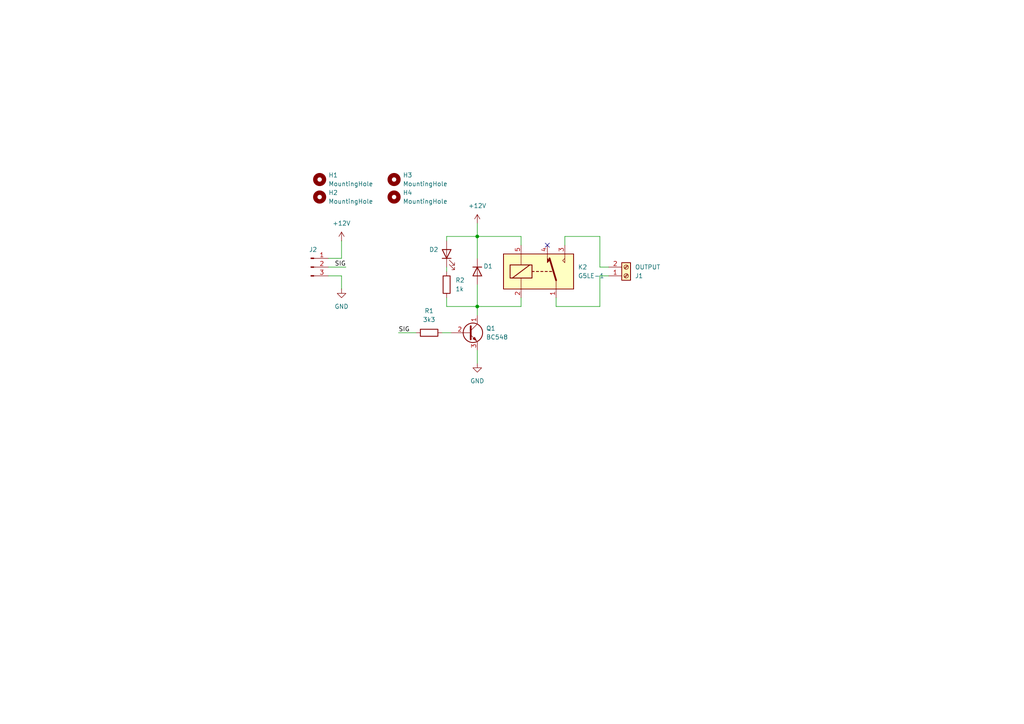
<source format=kicad_sch>
(kicad_sch (version 20231120) (generator "eeschema") (generator_version "8.0")
  (paper "A4")
  (title_block (title "Módulo Relé") (date "2024-04-18") (rev "1.0") (company "ISFDyT N° 213"))
  (lib_symbols
    (symbol "Connector:Conn_01x03_Pin" (pin_names (offset 1.016) hide)
      (property "Reference" "J" (at 0 5.08 0))
      (property "Value" "Conn_01x03_Pin" (at 0 -5.08 0))
      (symbol "Conn_01x03_Pin_1_1"
        (polyline (pts (xy 1.27 -2.54) (xy 0.8636 -2.54)) (stroke (width 0.1524)))
        (polyline (pts (xy 1.27 0) (xy 0.8636 0)) (stroke (width 0.1524)))
        (polyline (pts (xy 1.27 2.54) (xy 0.8636 2.54)) (stroke (width 0.1524)))
        (rectangle (start 0.8636 -2.413) (end 0 -2.667) (stroke (width 0.1524)) (fill (type outline)))
        (rectangle (start 0.8636 0.127) (end 0 -0.127) (stroke (width 0.1524)) (fill (type outline)))
        (rectangle (start 0.8636 2.667) (end 0 2.413) (stroke (width 0.1524)) (fill (type outline)))
        (pin passive line (at 5.08 2.54 180) (length 3.81) (name "Pin_1") (number "1"))
        (pin passive line (at 5.08 0 180) (length 3.81) (name "Pin_2") (number "2"))
        (pin passive line (at 5.08 -2.54 180) (length 3.81) (name "Pin_3") (number "3"))
      )
    )
    (symbol "Connector:Screw_Terminal_01x02" (pin_names (offset 1.016) hide)
      (property "Reference" "J" (at 0 2.54 0))
      (property "Value" "Screw_Terminal_01x02" (at 0 -5.08 0))
      (symbol "Screw_Terminal_01x02_1_1"
        (rectangle (start -1.27 1.27) (end 1.27 -3.81) (stroke (width 0.254)) (fill (type background)))
        (circle (center 0 -2.54) (radius 0.635) (stroke (width 0.1524)))
        (polyline (pts (xy -0.5334 -2.2098) (xy 0.3302 -3.048)) (stroke (width 0.1524)))
        (polyline (pts (xy -0.5334 0.3302) (xy 0.3302 -0.508)) (stroke (width 0.1524)))
        (polyline (pts (xy -0.3556 -2.032) (xy 0.508 -2.8702)) (stroke (width 0.1524)))
        (polyline (pts (xy -0.3556 0.508) (xy 0.508 -0.3302)) (stroke (width 0.1524)))
        (circle (center 0 0) (radius 0.635) (stroke (width 0.1524)))
        (pin passive line (at -5.08 0 0) (length 3.81) (name "Pin_1") (number "1"))
        (pin passive line (at -5.08 -2.54 0) (length 3.81) (name "Pin_2") (number "2"))
      )
    )
    (symbol "Device:LED" (pin_numbers hide) (pin_names (offset 1.016) hide)
      (property "Reference" "D" (at 0 2.54 0))
      (property "Value" "LED" (at 0 -2.54 0))
      (symbol "LED_0_1"
        (polyline (pts (xy -1.27 -1.27) (xy -1.27 1.27)) (stroke (width 0.254)))
        (polyline (pts (xy -1.27 0) (xy 1.27 0)))
        (polyline (pts (xy 1.27 -1.27) (xy 1.27 1.27) (xy -1.27 0) (xy 1.27 -1.27)) (stroke (width 0.254)))
        (polyline (pts (xy -3.048 -0.762) (xy -4.572 -2.286) (xy -3.81 -2.286) (xy -4.572 -2.286) (xy -4.572 -1.524)))
        (polyline (pts (xy -1.778 -0.762) (xy -3.302 -2.286) (xy -2.54 -2.286) (xy -3.302 -2.286) (xy -3.302 -1.524)))
      )
      (symbol "LED_1_1"
        (pin passive line (at -3.81 0 0) (length 2.54) (name "K") (number "1"))
        (pin passive line (at 3.81 0 180) (length 2.54) (name "A") (number "2"))
      )
    )
    (symbol "Device:R" (pin_numbers hide) (pin_names (offset 0))
      (property "Reference" "R" (at 2.032 0 90))
      (property "Value" "R" (at 0 0 90))
      (symbol "R_0_1"
        (rectangle (start -1.016 -2.54) (end 1.016 2.54) (stroke (width 0.254)))
      )
      (symbol "R_1_1"
        (pin passive line (at 0 3.81 270) (length 1.27) (name "~") (number "1"))
        (pin passive line (at 0 -3.81 90) (length 1.27) (name "~") (number "2"))
      )
    )
    (symbol "Diode:1N4007" (pin_numbers hide) (pin_names hide)
      (property "Reference" "D" (at 0 2.54 0))
      (property "Value" "1N4007" (at 0 -2.54 0))
      (symbol "1N4007_0_1"
        (polyline (pts (xy -1.27 1.27) (xy -1.27 -1.27)) (stroke (width 0.254)))
        (polyline (pts (xy 1.27 0) (xy -1.27 0)))
        (polyline (pts (xy 1.27 1.27) (xy 1.27 -1.27) (xy -1.27 0) (xy 1.27 1.27)) (stroke (width 0.254)))
      )
      (symbol "1N4007_1_1"
        (pin passive line (at -3.81 0 0) (length 2.54) (name "K") (number "1"))
        (pin passive line (at 3.81 0 180) (length 2.54) (name "A") (number "2"))
      )
    )
    (symbol "Mechanical:MountingHole" (pin_names (offset 1.016)) (exclude_from_sim yes) (in_bom no)
      (property "Reference" "H" (at 0 5.08 0))
      (property "Value" "MountingHole" (at 0 3.175 0))
      (symbol "MountingHole_0_1"
        (circle (center 0 0) (radius 1.27) (stroke (width 1.27)))
      )
    )
    (symbol "Relay:G5LE-1"
      (property "Reference" "K" (at 11.43 3.81 0))
      (property "Value" "G5LE-1" (at 11.43 1.27 0))
      (symbol "G5LE-1_0_0"
        (polyline (pts (xy 7.62 5.08) (xy 7.62 2.54) (xy 6.985 3.175) (xy 7.62 3.81)))
      )
      (symbol "G5LE-1_0_1"
        (rectangle (start -10.16 5.08) (end 10.16 -5.08) (stroke (width 0.254)) (fill (type background)))
        (rectangle (start -8.255 1.905) (end -1.905 -1.905) (stroke (width 0.254)))
        (polyline (pts (xy -7.62 -1.905) (xy -2.54 1.905)) (stroke (width 0.254)))
        (polyline (pts (xy -5.08 -5.08) (xy -5.08 -1.905)))
        (polyline (pts (xy -5.08 5.08) (xy -5.08 1.905)))
        (polyline (pts (xy -1.905 0) (xy -1.27 0)) (stroke (width 0.254)))
        (polyline (pts (xy -0.635 0) (xy 0 0)) (stroke (width 0.254)))
        (polyline (pts (xy 0.635 0) (xy 1.27 0)) (stroke (width 0.254)))
        (polyline (pts (xy 1.905 0) (xy 2.54 0)) (stroke (width 0.254)))
        (polyline (pts (xy 3.175 0) (xy 3.81 0)) (stroke (width 0.254)))
        (polyline (pts (xy 5.08 -2.54) (xy 3.175 3.81)) (stroke (width 0.508)))
        (polyline (pts (xy 5.08 -2.54) (xy 5.08 -5.08)))
        (polyline (pts (xy 2.54 5.08) (xy 2.54 2.54) (xy 3.175 3.175) (xy 2.54 3.81)) (fill (type outline)))
      )
      (symbol "G5LE-1_1_1"
        (pin passive line (at 5.08 -7.62 90) (length 2.54) (name "~") (number "1"))
        (pin passive line (at -5.08 -7.62 90) (length 2.54) (name "~") (number "2"))
        (pin passive line (at 7.62 7.62 270) (length 2.54) (name "~") (number "3"))
        (pin passive line (at 2.54 7.62 270) (length 2.54) (name "~") (number "4"))
        (pin passive line (at -5.08 7.62 270) (length 2.54) (name "~") (number "5"))
      )
    )
    (symbol "Transistor_BJT:BC548" (pin_names (offset 0) hide)
      (property "Reference" "Q" (at 5.08 1.905 0))
      (property "Value" "BC548" (at 5.08 0 0))
      (symbol "BC548_0_1"
        (polyline (pts (xy 0 0) (xy 0.635 0)))
        (polyline (pts (xy 0.635 0.635) (xy 2.54 2.54)))
        (polyline (pts (xy 0.635 -0.635) (xy 2.54 -2.54) (xy 2.54 -2.54)))
        (polyline (pts (xy 0.635 1.905) (xy 0.635 -1.905) (xy 0.635 -1.905)) (stroke (width 0.508)))
        (polyline (pts (xy 1.27 -1.778) (xy 1.778 -1.27) (xy 2.286 -2.286) (xy 1.27 -1.778) (xy 1.27 -1.778)) (fill (type outline)))
        (circle (center 1.27 0) (radius 2.8194) (stroke (width 0.254)))
      )
      (symbol "BC548_1_1"
        (pin passive line (at 2.54 5.08 270) (length 2.54) (name "C") (number "1"))
        (pin input line (at -5.08 0 0) (length 5.08) (name "B") (number "2"))
        (pin passive line (at 2.54 -5.08 90) (length 2.54) (name "E") (number "3"))
      )
    )
    (symbol "power:+12V" (power) (pin_numbers hide) (pin_names (offset 0) hide)
      (property "Value" "+12V" (at 0 3.556 0))
      (symbol "+12V_0_1"
        (polyline (pts (xy -0.762 1.27) (xy 0 2.54)))
        (polyline (pts (xy 0 0) (xy 0 2.54)))
        (polyline (pts (xy 0 2.54) (xy 0.762 1.27)))
      )
      (symbol "+12V_1_1"
        (pin power_in line (at 0 0 90) (length 0) (name "~") (number "1"))
      )
    )
    (symbol "power:GND" (power) (pin_numbers hide) (pin_names (offset 0) hide)
      (property "Value" "GND" (at 0 -3.81 0))
      (symbol "GND_0_1"
        (polyline (pts (xy 0 0) (xy 0 -1.27) (xy 1.27 -1.27) (xy 0 -2.54) (xy -1.27 -1.27) (xy 0 -1.27)))
      )
      (symbol "GND_1_1"
        (pin power_in line (at 0 0 270) (length 0) (name "~") (number "1"))
      )
    )
  )
  (junction (at 138.43 68.58))
  (junction (at 138.43 88.9))
  (no_connect (at 158.75 71.12))
  (wire (pts (xy 151.13 86.36) (xy 151.13 88.9)))
  (wire (pts (xy 138.43 88.9) (xy 138.43 91.44)))
  (wire (pts (xy 129.54 77.47) (xy 129.54 78.74)))
  (wire (pts (xy 138.43 82.55) (xy 138.43 88.9)))
  (wire (pts (xy 99.06 80.01) (xy 99.06 83.82)))
  (wire (pts (xy 99.06 69.85) (xy 99.06 74.93)))
  (wire (pts (xy 138.43 74.93) (xy 138.43 68.58)))
  (wire (pts (xy 173.99 77.47) (xy 176.53 77.47)))
  (wire (pts (xy 151.13 68.58) (xy 151.13 71.12)))
  (wire (pts (xy 138.43 88.9) (xy 151.13 88.9)))
  (wire (pts (xy 129.54 86.36) (xy 129.54 88.9)))
  (wire (pts (xy 163.83 68.58) (xy 163.83 71.12)))
  (wire (pts (xy 138.43 68.58) (xy 151.13 68.58)))
  (wire (pts (xy 129.54 68.58) (xy 138.43 68.58)))
  (wire (pts (xy 161.29 86.36) (xy 161.29 88.9)))
  (wire (pts (xy 138.43 101.6) (xy 138.43 105.41)))
  (wire (pts (xy 129.54 69.85) (xy 129.54 68.58)))
  (wire (pts (xy 173.99 88.9) (xy 173.99 80.01)))
  (wire (pts (xy 173.99 68.58) (xy 163.83 68.58)))
  (wire (pts (xy 138.43 64.77) (xy 138.43 68.58)))
  (wire (pts (xy 115.57 96.52) (xy 120.65 96.52)))
  (wire (pts (xy 99.06 74.93) (xy 95.25 74.93)))
  (wire (pts (xy 129.54 88.9) (xy 138.43 88.9)))
  (wire (pts (xy 173.99 77.47) (xy 173.99 68.58)))
  (wire (pts (xy 95.25 80.01) (xy 99.06 80.01)))
  (wire (pts (xy 95.25 77.47) (xy 100.33 77.47)))
  (wire (pts (xy 173.99 80.01) (xy 176.53 80.01)))
  (wire (pts (xy 128.27 96.52) (xy 130.81 96.52)))
  (wire (pts (xy 161.29 88.9) (xy 173.99 88.9)))
  (label "SIG" (at 115.57 96.52 0))
  (label "SIG" (at 100.33 77.47 180))
  (symbol (lib_id "Connector:Screw_Terminal_01x02") (at 181.61 80.01 0) (mirror x) (unit 1)
    (property "Reference" "J1" (at 184.15 80.0101 0) (effects (justify left)))
    (property "Value" "OUTPUT" (at 184.15 77.4701 0) (effects (justify left)))
    (property "Footprint" "TerminalBlock_MetzConnect:TerminalBlock_MetzConnect_Type011_RT05502HBWC_1x02_P5.00mm_Horizontal" (effects (hide yes)))
    (property "Description" "Generic screw terminal, single row, 01x02, script generated (kicad-library-utils/schlib/autogen/connector/)" (effects (hide yes)))
  )
  (symbol (lib_id "Diode:1N4007") (at 138.43 78.74 270) (unit 1)
    (property "Reference" "D1" (at 140.208 77.216 90) (effects (justify left)))
    (property "Value" "1N4007" (effects (hide yes)))
    (property "Footprint" "Diode_THT:D_DO-41_SOD81_P10.16mm_Horizontal" (effects (hide yes)))
    (property "Datasheet" "http://www.vishay.com/docs/88503/1n4001.pdf" (effects (hide yes)))
    (property "Description" "1000V 1A General Purpose Rectifier Diode, DO-41" (effects (hide yes)))
    (property "Sim.Device" "D" (effects (hide yes)))
    (property "Sim.Pins" "1=K 2=A" (effects (hide yes)))
  )
  (symbol (lib_id "power:GND") (at 99.06 83.82 0) (unit 1)
    (property "Reference" "#PWR03" (effects (hide yes)))
    (property "Value" "GND" (at 99.06 88.9 0))
    (property "Description" "Power symbol creates a global label with name \"GND\" , ground" (effects (hide yes)))
  )
  (symbol (lib_id "Connector:Conn_01x03_Pin") (at 90.17 77.47 0) (unit 1)
    (property "Reference" "J2" (at 90.805 72.39 0))
    (property "Value" "Conn_01x03_Pin" (effects (hide yes)))
    (property "Footprint" "Connector_PinHeader_1.27mm:PinHeader_1x03_P1.27mm_Vertical" (effects (hide yes)))
    (property "Description" "Generic connector, single row, 01x03, script generated" (effects (hide yes)))
  )
  (symbol (lib_id "Mechanical:MountingHole") (at 114.3 57.15 0) (unit 1) (exclude_from_sim yes) (in_bom no)
    (property "Reference" "H4" (at 116.84 55.8799 0) (effects (justify left)))
    (property "Value" "MountingHole" (at 116.84 58.4199 0) (effects (justify left)))
    (property "Footprint" "MountingHole:MountingHole_3.2mm_M3" (effects (hide yes)))
    (property "Description" "Mounting Hole without connection" (effects (hide yes)))
  )
  (symbol (lib_id "power:GND") (at 138.43 105.41 0) (unit 1)
    (property "Reference" "#PWR02" (effects (hide yes)))
    (property "Value" "GND" (at 138.43 110.49 0))
    (property "Description" "Power symbol creates a global label with name \"GND\" , ground" (effects (hide yes)))
  )
  (symbol (lib_id "power:+12V") (at 99.06 69.85 0) (unit 1)
    (property "Reference" "#PWR04" (effects (hide yes)))
    (property "Value" "+12V" (at 99.06 64.77 0))
    (property "Description" "Power symbol creates a global label with name \"+12V\"" (effects (hide yes)))
  )
  (symbol (lib_id "Device:R") (at 124.46 96.52 90) (unit 1)
    (property "Reference" "R1" (at 124.46 90.17 90))
    (property "Value" "3k3" (at 124.46 92.71 90))
    (property "Footprint" "Resistor_THT:R_Axial_DIN0207_L6.3mm_D2.5mm_P7.62mm_Horizontal" (effects (hide yes)))
    (property "Description" "Resistor" (effects (hide yes)))
  )
  (symbol (lib_id "Mechanical:MountingHole") (at 92.71 57.15 0) (unit 1) (exclude_from_sim yes) (in_bom no)
    (property "Reference" "H2" (at 95.25 55.8799 0) (effects (justify left)))
    (property "Value" "MountingHole" (at 95.25 58.4199 0) (effects (justify left)))
    (property "Footprint" "MountingHole:MountingHole_3.2mm_M3" (effects (hide yes)))
    (property "Description" "Mounting Hole without connection" (effects (hide yes)))
  )
  (symbol (lib_id "power:+12V") (at 138.43 64.77 0) (unit 1)
    (property "Reference" "#PWR01" (effects (hide yes)))
    (property "Value" "+12V" (at 138.43 59.69 0))
    (property "Description" "Power symbol creates a global label with name \"+12V\"" (effects (hide yes)))
  )
  (symbol (lib_id "Mechanical:MountingHole") (at 114.3 52.07 0) (unit 1) (exclude_from_sim yes) (in_bom no)
    (property "Reference" "H3" (at 116.84 50.7999 0) (effects (justify left)))
    (property "Value" "MountingHole" (at 116.84 53.3399 0) (effects (justify left)))
    (property "Footprint" "MountingHole:MountingHole_3.2mm_M3" (effects (hide yes)))
    (property "Description" "Mounting Hole without connection" (effects (hide yes)))
  )
  (symbol (lib_id "Device:R") (at 129.54 82.55 180) (unit 1)
    (property "Reference" "R2" (at 132.08 81.2799 0) (effects (justify right)))
    (property "Value" "1k" (at 132.08 83.8199 0) (effects (justify right)))
    (property "Footprint" "Resistor_THT:R_Axial_DIN0207_L6.3mm_D2.5mm_P7.62mm_Horizontal" (effects (hide yes)))
    (property "Description" "Resistor" (effects (hide yes)))
  )
  (symbol (lib_id "Mechanical:MountingHole") (at 92.71 52.07 0) (unit 1) (exclude_from_sim yes) (in_bom no)
    (property "Reference" "H1" (at 95.25 50.7999 0) (effects (justify left)))
    (property "Value" "MountingHole" (at 95.25 53.3399 0) (effects (justify left)))
    (property "Footprint" "MountingHole:MountingHole_3.2mm_M3" (effects (hide yes)))
    (property "Description" "Mounting Hole without connection" (effects (hide yes)))
  )
  (symbol (lib_id "Relay:G5LE-1") (at 156.21 78.74 0) (unit 1)
    (property "Reference" "K2" (at 167.64 77.4699 0) (effects (justify left)))
    (property "Value" "G5LE-1" (at 167.64 80.0099 0) (effects (justify left)))
    (property "Footprint" "Relay_THT:Relay_SPDT_Omron-G5LE-1" (effects (hide yes)))
    (property "Datasheet" "http://www.omron.com/ecb/products/pdf/en-g5le.pdf" (effects (hide yes)))
    (property "Description" "Omron G5LE relay, Miniature Single Pole, SPDT, 10A" (effects (hide yes)))
  )
  (symbol (lib_id "Device:LED") (at 129.54 73.66 90) (unit 1)
    (property "Reference" "D2" (at 124.46 72.39 90) (effects (justify right)))
    (property "Value" "LED" (effects (hide yes)))
    (property "Footprint" "LED_THT:LED_D3.0mm" (effects (hide yes)))
    (property "Description" "Light emitting diode" (effects (hide yes)))
  )
  (symbol (lib_id "Transistor_BJT:BC548") (at 135.89 96.52 0) (unit 1)
    (property "Reference" "Q1" (at 140.97 95.2499 0) (effects (justify left)))
    (property "Value" "BC548" (at 140.97 97.7899 0) (effects (justify left)))
    (property "Footprint" "Package_TO_SOT_THT:TO-92_Inline" (effects (hide yes)))
    (property "Datasheet" "https://www.onsemi.com/pub/Collateral/BC550-D.pdf" (effects (hide yes)))
    (property "Description" "0.1A Ic, 30V Vce, Small Signal NPN Transistor, TO-92" (effects (hide yes)))
  )
)
</source>
